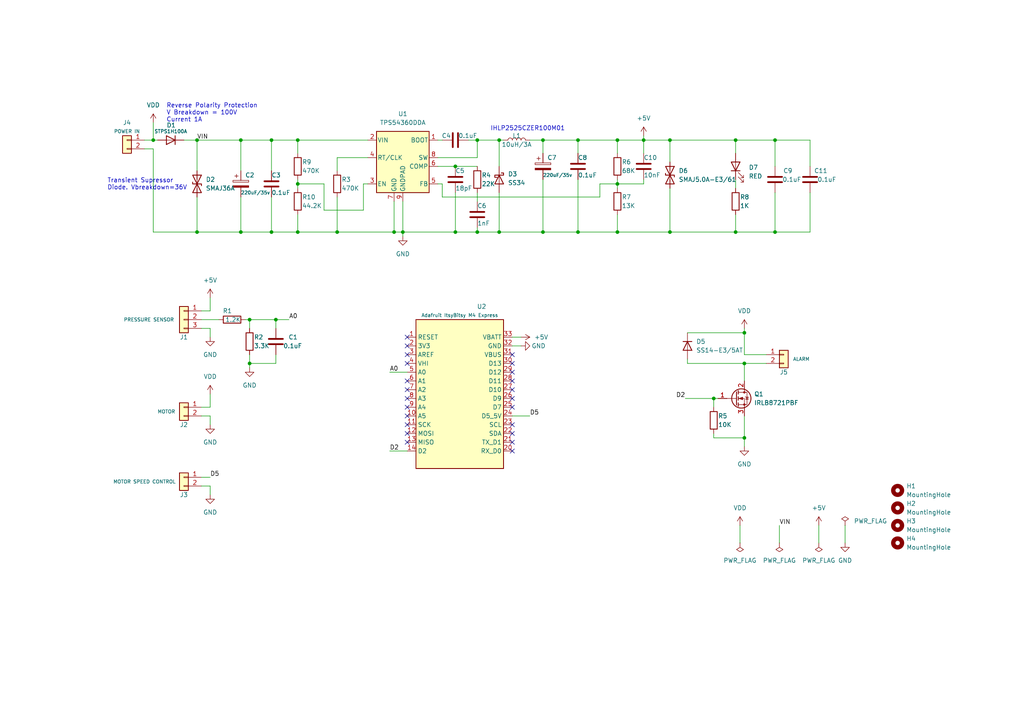
<source format=kicad_sch>
(kicad_sch (version 20211123) (generator eeschema)
  (paper "A4")
  (lib_symbols
    (symbol "Adafruit-ItsyBitsy-M4:Adafruit-ItsyBitsy-M4"
      (property "Reference" "U" (at 0 30.48 0))
      (property "Value" "Adafruit-ItsyBitsy-M4" (at 0 29.21 0))
      (symbol "Adafruit-ItsyBitsy-M4_0_1"
        (rectangle (start -12.7 26.67) (end 12.7 -16.51) (stroke (width 0.254)) (fill (type background)))
      )
      (symbol "Adafruit-ItsyBitsy-M4_1_1"
        (pin passive line (at -15.24 21.59 0) (length 2.54) (name "RESET") (number "1"))
        (pin passive line (at -15.24 -1.27 0) (length 2.54) (name "A5") (number "10"))
        (pin passive line (at -15.24 -3.81 0) (length 2.54) (name "SCK") (number "11"))
        (pin passive line (at -15.24 -6.35 0) (length 2.54) (name "MOSI") (number "12"))
        (pin passive line (at -15.24 -8.89 0) (length 2.54) (name "MISO") (number "13"))
        (pin passive line (at -15.24 -11.43 0) (length 2.54) (name "D2") (number "14"))
        (pin power_in line (at -15.24 19.05 0) (length 2.54) (name "3V3") (number "2"))
        (pin passive line (at 15.24 -11.43 180) (length 2.54) (name "RX_D0") (number "20"))
        (pin passive line (at 15.24 -8.89 180) (length 2.54) (name "TX_D1") (number "21"))
        (pin passive line (at 15.24 -6.35 180) (length 2.54) (name "SDA") (number "22"))
        (pin passive line (at 15.24 -3.81 180) (length 2.54) (name "SCL") (number "23"))
        (pin passive line (at 15.24 -1.27 180) (length 2.54) (name "D5_5V") (number "24"))
        (pin passive line (at 15.24 1.27 180) (length 2.54) (name "D7") (number "25"))
        (pin passive line (at 15.24 3.81 180) (length 2.54) (name "D9") (number "26"))
        (pin passive line (at 15.24 6.35 180) (length 2.54) (name "D10") (number "27"))
        (pin passive line (at 15.24 8.89 180) (length 2.54) (name "D11") (number "28"))
        (pin passive line (at 15.24 11.43 180) (length 2.54) (name "D12") (number "29"))
        (pin passive line (at -15.24 16.51 0) (length 2.54) (name "AREF") (number "3"))
        (pin passive line (at 15.24 13.97 180) (length 2.54) (name "D13") (number "30"))
        (pin power_in line (at 15.24 16.51 180) (length 2.54) (name "VBUS") (number "31"))
        (pin power_in line (at 15.24 19.05 180) (length 2.54) (name "GND") (number "32"))
        (pin power_in line (at 15.24 21.59 180) (length 2.54) (name "VBATT") (number "33"))
        (pin passive line (at -15.24 13.97 0) (length 2.54) (name "VHI") (number "4"))
        (pin passive line (at -15.24 11.43 0) (length 2.54) (name "A0") (number "5"))
        (pin passive line (at -15.24 8.89 0) (length 2.54) (name "A1") (number "6"))
        (pin passive line (at -15.24 6.35 0) (length 2.54) (name "A2") (number "7"))
        (pin passive line (at -15.24 3.81 0) (length 2.54) (name "A3") (number "8"))
        (pin passive line (at -15.24 1.27 0) (length 2.54) (name "A4") (number "9"))
      )
    )
    (symbol "Connector_Generic:Conn_01x02" (pin_names (offset 1.016) hide)
      (property "Reference" "J" (at 0 2.54 0))
      (property "Value" "Conn_01x02" (at 0 -5.08 0))
      (symbol "Conn_01x02_1_1"
        (rectangle (start -1.27 -2.413) (end 0 -2.667) (stroke (width 0.1524)))
        (rectangle (start -1.27 0.127) (end 0 -0.127) (stroke (width 0.1524)))
        (rectangle (start -1.27 1.27) (end 1.27 -3.81) (stroke (width 0.254)) (fill (type background)))
        (pin passive line (at -5.08 0 0) (length 3.81) (name "Pin_1") (number "1"))
        (pin passive line (at -5.08 -2.54 0) (length 3.81) (name "Pin_2") (number "2"))
      )
    )
    (symbol "Connector_Generic:Conn_01x03" (pin_names (offset 1.016) hide)
      (property "Reference" "J" (at 0 5.08 0))
      (property "Value" "Conn_01x03" (at 0 -5.08 0))
      (symbol "Conn_01x03_1_1"
        (rectangle (start -1.27 -2.413) (end 0 -2.667) (stroke (width 0.1524)))
        (rectangle (start -1.27 0.127) (end 0 -0.127) (stroke (width 0.1524)))
        (rectangle (start -1.27 2.667) (end 0 2.413) (stroke (width 0.1524)))
        (rectangle (start -1.27 3.81) (end 1.27 -3.81) (stroke (width 0.254)) (fill (type background)))
        (pin passive line (at -5.08 2.54 0) (length 3.81) (name "Pin_1") (number "1"))
        (pin passive line (at -5.08 0 0) (length 3.81) (name "Pin_2") (number "2"))
        (pin passive line (at -5.08 -2.54 0) (length 3.81) (name "Pin_3") (number "3"))
      )
    )
    (symbol "Device:C" (pin_numbers hide) (pin_names (offset 0.254))
      (property "Reference" "C" (at 0.635 2.54 0))
      (property "Value" "C" (at 0.635 -2.54 0))
      (symbol "C_0_1"
        (polyline (pts (xy -2.032 -0.762) (xy 2.032 -0.762)) (stroke (width 0.508)))
        (polyline (pts (xy -2.032 0.762) (xy 2.032 0.762)) (stroke (width 0.508)))
      )
      (symbol "C_1_1"
        (pin passive line (at 0 3.81 270) (length 2.794) (name "~") (number "1"))
        (pin passive line (at 0 -3.81 90) (length 2.794) (name "~") (number "2"))
      )
    )
    (symbol "Device:C_Polarized" (pin_numbers hide) (pin_names (offset 0.254))
      (property "Reference" "C" (at 0.635 2.54 0))
      (property "Value" "C_Polarized" (at 0.635 -2.54 0))
      (symbol "C_Polarized_0_1"
        (rectangle (start -2.286 0.508) (end 2.286 1.016))
        (polyline (pts (xy -1.778 2.286) (xy -0.762 2.286)))
        (polyline (pts (xy -1.27 2.794) (xy -1.27 1.778)))
        (rectangle (start 2.286 -0.508) (end -2.286 -1.016) (fill (type outline)))
      )
      (symbol "C_Polarized_1_1"
        (pin passive line (at 0 3.81 270) (length 2.794) (name "~") (number "1"))
        (pin passive line (at 0 -3.81 90) (length 2.794) (name "~") (number "2"))
      )
    )
    (symbol "Device:D" (pin_numbers hide) (pin_names (offset 1.016) hide)
      (property "Reference" "D" (at 0 2.54 0))
      (property "Value" "D" (at 0 -2.54 0))
      (symbol "D_0_1"
        (polyline (pts (xy -1.27 1.27) (xy -1.27 -1.27)) (stroke (width 0.254)))
        (polyline (pts (xy 1.27 0) (xy -1.27 0)))
        (polyline (pts (xy 1.27 1.27) (xy 1.27 -1.27) (xy -1.27 0) (xy 1.27 1.27)) (stroke (width 0.254)))
      )
      (symbol "D_1_1"
        (pin passive line (at -3.81 0 0) (length 2.54) (name "K") (number "1"))
        (pin passive line (at 3.81 0 180) (length 2.54) (name "A") (number "2"))
      )
    )
    (symbol "Device:D_Schottky" (pin_numbers hide) (pin_names (offset 1.016) hide)
      (property "Reference" "D" (at 0 2.54 0))
      (property "Value" "D_Schottky" (at 0 -2.54 0))
      (symbol "D_Schottky_0_1"
        (polyline (pts (xy 1.27 0) (xy -1.27 0)))
        (polyline (pts (xy 1.27 1.27) (xy 1.27 -1.27) (xy -1.27 0) (xy 1.27 1.27)) (stroke (width 0.254)))
        (polyline (pts (xy -1.905 0.635) (xy -1.905 1.27) (xy -1.27 1.27) (xy -1.27 -1.27) (xy -0.635 -1.27) (xy -0.635 -0.635)) (stroke (width 0.254)))
      )
      (symbol "D_Schottky_1_1"
        (pin passive line (at -3.81 0 0) (length 2.54) (name "K") (number "1"))
        (pin passive line (at 3.81 0 180) (length 2.54) (name "A") (number "2"))
      )
    )
    (symbol "Device:D_TVS" (pin_numbers hide) (pin_names (offset 1.016) hide)
      (property "Reference" "D" (at 0 2.54 0))
      (property "Value" "D_TVS" (at 0 -2.54 0))
      (symbol "D_TVS_0_1"
        (polyline (pts (xy 1.27 0) (xy -1.27 0)))
        (polyline (pts (xy 0.508 1.27) (xy 0 1.27) (xy 0 -1.27) (xy -0.508 -1.27)) (stroke (width 0.254)))
        (polyline (pts (xy -2.54 1.27) (xy -2.54 -1.27) (xy 2.54 1.27) (xy 2.54 -1.27) (xy -2.54 1.27)) (stroke (width 0.254)))
      )
      (symbol "D_TVS_1_1"
        (pin passive line (at -3.81 0 0) (length 2.54) (name "A1") (number "1"))
        (pin passive line (at 3.81 0 180) (length 2.54) (name "A2") (number "2"))
      )
    )
    (symbol "Device:L" (pin_numbers hide) (pin_names (offset 1.016) hide)
      (property "Reference" "L" (at -1.27 0 90))
      (property "Value" "L" (at 1.905 0 90))
      (symbol "L_0_1"
        (arc (start 0 -2.54) (mid 0.635 -1.905) (end 0 -1.27))
        (arc (start 0 -1.27) (mid 0.635 -0.635) (end 0 0))
        (arc (start 0 0) (mid 0.635 0.635) (end 0 1.27))
        (arc (start 0 1.27) (mid 0.635 1.905) (end 0 2.54))
      )
      (symbol "L_1_1"
        (pin passive line (at 0 3.81 270) (length 1.27) (name "1") (number "1"))
        (pin passive line (at 0 -3.81 90) (length 1.27) (name "2") (number "2"))
      )
    )
    (symbol "Device:LED" (pin_numbers hide) (pin_names (offset 1.016) hide)
      (property "Reference" "D" (at 0 2.54 0))
      (property "Value" "LED" (at 0 -2.54 0))
      (symbol "LED_0_1"
        (polyline (pts (xy -1.27 -1.27) (xy -1.27 1.27)) (stroke (width 0.254)))
        (polyline (pts (xy -1.27 0) (xy 1.27 0)))
        (polyline (pts (xy 1.27 -1.27) (xy 1.27 1.27) (xy -1.27 0) (xy 1.27 -1.27)) (stroke (width 0.254)))
        (polyline (pts (xy -3.048 -0.762) (xy -4.572 -2.286) (xy -3.81 -2.286) (xy -4.572 -2.286) (xy -4.572 -1.524)))
        (polyline (pts (xy -1.778 -0.762) (xy -3.302 -2.286) (xy -2.54 -2.286) (xy -3.302 -2.286) (xy -3.302 -1.524)))
      )
      (symbol "LED_1_1"
        (pin passive line (at -3.81 0 0) (length 2.54) (name "K") (number "1"))
        (pin passive line (at 3.81 0 180) (length 2.54) (name "A") (number "2"))
      )
    )
    (symbol "Device:R" (pin_numbers hide) (pin_names (offset 0))
      (property "Reference" "R" (at 2.032 0 90))
      (property "Value" "R" (at 0 0 90))
      (symbol "R_0_1"
        (rectangle (start -1.016 -2.54) (end 1.016 2.54) (stroke (width 0.254)))
      )
      (symbol "R_1_1"
        (pin passive line (at 0 3.81 270) (length 1.27) (name "~") (number "1"))
        (pin passive line (at 0 -3.81 90) (length 1.27) (name "~") (number "2"))
      )
    )
    (symbol "Mechanical:MountingHole" (pin_names (offset 1.016))
      (property "Reference" "H" (at 0 5.08 0))
      (property "Value" "MountingHole" (at 0 3.175 0))
      (symbol "MountingHole_0_1"
        (circle (center 0 0) (radius 1.27) (stroke (width 1.27)))
      )
    )
    (symbol "Regulator_Switching:TPS54360DDA" (pin_names (offset 0.254))
      (property "Reference" "U" (at -7.62 11.43 0))
      (property "Value" "TPS54360DDA" (at -7.62 8.89 0))
      (symbol "TPS54360DDA_0_1"
        (rectangle (start -7.62 7.62) (end 7.62 -10.16) (stroke (width 0.254)) (fill (type background)))
      )
      (symbol "TPS54360DDA_1_1"
        (pin input line (at 10.16 5.08 180) (length 2.54) (name "BOOT") (number "1"))
        (pin power_in line (at -10.16 5.08 0) (length 2.54) (name "VIN") (number "2"))
        (pin input line (at -10.16 -7.62 0) (length 2.54) (name "EN") (number "3"))
        (pin input line (at -10.16 0 0) (length 2.54) (name "RT/CLK") (number "4"))
        (pin input line (at 10.16 -7.62 180) (length 2.54) (name "FB") (number "5"))
        (pin passive line (at 10.16 -2.54 180) (length 2.54) (name "COMP") (number "6"))
        (pin power_in line (at -2.54 -12.7 90) (length 2.54) (name "GND") (number "7"))
        (pin output line (at 10.16 0 180) (length 2.54) (name "SW") (number "8"))
        (pin power_in line (at 0 -12.7 90) (length 2.54) (name "GNDPAD") (number "9"))
      )
    )
    (symbol "Transistor_FET:IRF540N" (pin_names hide)
      (property "Reference" "Q" (at 6.35 1.905 0))
      (property "Value" "IRF540N" (at 6.35 0 0))
      (symbol "IRF540N_0_1"
        (polyline (pts (xy 0.254 0) (xy -2.54 0)))
        (polyline (pts (xy 0.254 1.905) (xy 0.254 -1.905)) (stroke (width 0.254)))
        (polyline (pts (xy 0.762 -1.27) (xy 0.762 -2.286)) (stroke (width 0.254)))
        (polyline (pts (xy 0.762 0.508) (xy 0.762 -0.508)) (stroke (width 0.254)))
        (polyline (pts (xy 0.762 2.286) (xy 0.762 1.27)) (stroke (width 0.254)))
        (polyline (pts (xy 2.54 2.54) (xy 2.54 1.778)))
        (polyline (pts (xy 2.54 -2.54) (xy 2.54 0) (xy 0.762 0)))
        (polyline (pts (xy 0.762 -1.778) (xy 3.302 -1.778) (xy 3.302 1.778) (xy 0.762 1.778)))
        (polyline (pts (xy 1.016 0) (xy 2.032 0.381) (xy 2.032 -0.381) (xy 1.016 0)) (fill (type outline)))
        (polyline (pts (xy 2.794 0.508) (xy 2.921 0.381) (xy 3.683 0.381) (xy 3.81 0.254)))
        (polyline (pts (xy 3.302 0.381) (xy 2.921 -0.254) (xy 3.683 -0.254) (xy 3.302 0.381)))
        (circle (center 1.651 0) (radius 2.794) (stroke (width 0.254)))
        (circle (center 2.54 -1.778) (radius 0.254) (fill (type outline)))
        (circle (center 2.54 1.778) (radius 0.254) (fill (type outline)))
      )
      (symbol "IRF540N_1_1"
        (pin input line (at -5.08 0 0) (length 2.54) (name "G") (number "1"))
        (pin passive line (at 2.54 5.08 270) (length 2.54) (name "D") (number "2"))
        (pin passive line (at 2.54 -5.08 90) (length 2.54) (name "S") (number "3"))
      )
    )
    (symbol "power:+5V" (power) (pin_names (offset 0))
      (property "Value" "+5V" (at 0 3.556 0))
      (symbol "+5V_0_1"
        (polyline (pts (xy -0.762 1.27) (xy 0 2.54)))
        (polyline (pts (xy 0 0) (xy 0 2.54)))
        (polyline (pts (xy 0 2.54) (xy 0.762 1.27)))
      )
      (symbol "+5V_1_1"
        (pin power_in line (at 0 0 90) (length 0) hide (name "+5V") (number "1"))
      )
    )
    (symbol "power:GND" (power) (pin_names (offset 0))
      (property "Value" "GND" (at 0 -3.81 0))
      (symbol "GND_0_1"
        (polyline (pts (xy 0 0) (xy 0 -1.27) (xy 1.27 -1.27) (xy 0 -2.54) (xy -1.27 -1.27) (xy 0 -1.27)))
      )
      (symbol "GND_1_1"
        (pin power_in line (at 0 0 270) (length 0) hide (name "GND") (number "1"))
      )
    )
    (symbol "power:PWR_FLAG" (power) (pin_numbers hide) (pin_names (offset 0) hide)
      (property "Value" "PWR_FLAG" (at 0 3.81 0))
      (symbol "PWR_FLAG_0_0"
        (pin power_out line (at 0 0 90) (length 0) (name "pwr") (number "1"))
      )
      (symbol "PWR_FLAG_0_1"
        (polyline (pts (xy 0 0) (xy 0 1.27) (xy -1.016 1.905) (xy 0 2.54) (xy 1.016 1.905) (xy 0 1.27)))
      )
    )
    (symbol "power:VDD" (power) (pin_names (offset 0))
      (property "Value" "VDD" (at 0 3.81 0))
      (symbol "VDD_0_1"
        (polyline (pts (xy -0.762 1.27) (xy 0 2.54)))
        (polyline (pts (xy 0 0) (xy 0 2.54)))
        (polyline (pts (xy 0 2.54) (xy 0.762 1.27)))
      )
      (symbol "VDD_1_1"
        (pin power_in line (at 0 0 90) (length 0) hide (name "VDD") (number "1"))
      )
    )
  )
  (junction (at 194.31 40.64))
  (junction (at 167.64 67.31))
  (junction (at 86.36 40.64))
  (junction (at 86.36 53.34))
  (junction (at 224.79 67.31))
  (junction (at 132.08 48.26))
  (junction (at 167.64 40.64))
  (junction (at 69.85 40.64))
  (junction (at 213.36 67.31))
  (junction (at 72.39 92.71))
  (junction (at 138.43 40.64))
  (junction (at 186.69 40.64))
  (junction (at 157.48 40.64))
  (junction (at 80.01 92.71))
  (junction (at 215.9 127))
  (junction (at 78.74 40.64))
  (junction (at 69.85 67.31))
  (junction (at 194.31 67.31))
  (junction (at 138.43 67.31))
  (junction (at 132.08 67.31))
  (junction (at 44.45 40.64))
  (junction (at 215.9 96.52))
  (junction (at 144.78 40.64))
  (junction (at 179.07 67.31))
  (junction (at 179.07 53.34))
  (junction (at 207.01 115.57))
  (junction (at 213.36 40.64))
  (junction (at 114.3 67.31))
  (junction (at 215.9 105.41))
  (junction (at 224.79 40.64))
  (junction (at 97.79 67.31))
  (junction (at 57.15 67.31))
  (junction (at 57.15 40.64))
  (junction (at 72.39 105.41))
  (junction (at 157.48 67.31))
  (junction (at 144.78 67.31))
  (junction (at 179.07 40.64))
  (junction (at 116.84 67.31))
  (junction (at 78.74 67.31))
  (junction (at 86.36 67.31))
  (no_connect (at 148.59 118.11))
  (no_connect (at 148.59 115.57))
  (no_connect (at 148.59 113.03))
  (no_connect (at 148.59 102.87))
  (no_connect (at 148.59 105.41))
  (no_connect (at 148.59 110.49))
  (no_connect (at 148.59 107.95))
  (no_connect (at 148.59 130.81))
  (no_connect (at 118.11 97.79))
  (no_connect (at 118.11 100.33))
  (no_connect (at 118.11 102.87))
  (no_connect (at 118.11 105.41))
  (no_connect (at 118.11 125.73))
  (no_connect (at 118.11 123.19))
  (no_connect (at 118.11 128.27))
  (no_connect (at 118.11 120.65))
  (no_connect (at 118.11 113.03))
  (no_connect (at 118.11 110.49))
  (no_connect (at 118.11 118.11))
  (no_connect (at 118.11 115.57))
  (no_connect (at 148.59 125.73))
  (no_connect (at 148.59 123.19))
  (no_connect (at 148.59 128.27))
  (wire (pts (xy 97.79 45.72) (xy 106.68 45.72)))
  (wire (pts (xy 114.3 67.31) (xy 97.79 67.31)))
  (wire (pts (xy 60.96 140.97) (xy 58.42 140.97)))
  (wire (pts (xy 194.31 40.64) (xy 213.36 40.64)))
  (wire (pts (xy 78.74 57.15) (xy 78.74 67.31)))
  (wire (pts (xy 60.96 114.3) (xy 60.96 118.11)))
  (wire (pts (xy 41.91 40.64) (xy 44.45 40.64)))
  (wire (pts (xy 186.69 40.64) (xy 186.69 44.45)))
  (wire (pts (xy 234.95 40.64) (xy 224.79 40.64)))
  (wire (pts (xy 245.11 152.4) (xy 245.11 157.48)))
  (wire (pts (xy 207.01 118.11) (xy 207.01 115.57)))
  (wire (pts (xy 86.36 40.64) (xy 86.36 44.45)))
  (wire (pts (xy 60.96 120.65) (xy 58.42 120.65)))
  (wire (pts (xy 72.39 105.41) (xy 72.39 106.68)))
  (wire (pts (xy 194.31 67.31) (xy 179.07 67.31)))
  (wire (pts (xy 237.49 152.4) (xy 237.49 157.48)))
  (wire (pts (xy 127 40.64) (xy 128.27 40.64)))
  (wire (pts (xy 179.07 40.64) (xy 179.07 44.45)))
  (wire (pts (xy 199.39 104.14) (xy 199.39 105.41)))
  (wire (pts (xy 173.99 53.34) (xy 179.07 53.34)))
  (wire (pts (xy 44.45 35.56) (xy 44.45 40.64)))
  (wire (pts (xy 215.9 105.41) (xy 215.9 110.49)))
  (wire (pts (xy 69.85 57.15) (xy 69.85 67.31)))
  (wire (pts (xy 167.64 40.64) (xy 167.64 44.45)))
  (wire (pts (xy 114.3 58.42) (xy 114.3 67.31)))
  (wire (pts (xy 80.01 92.71) (xy 83.82 92.71)))
  (wire (pts (xy 173.99 57.15) (xy 173.99 53.34)))
  (wire (pts (xy 113.03 107.95) (xy 118.11 107.95)))
  (wire (pts (xy 58.42 92.71) (xy 63.5 92.71)))
  (wire (pts (xy 86.36 52.07) (xy 86.36 53.34)))
  (wire (pts (xy 222.25 102.87) (xy 215.9 102.87)))
  (wire (pts (xy 179.07 40.64) (xy 186.69 40.64)))
  (wire (pts (xy 234.95 67.31) (xy 224.79 67.31)))
  (wire (pts (xy 213.36 52.07) (xy 213.36 54.61)))
  (wire (pts (xy 44.45 67.31) (xy 57.15 67.31)))
  (wire (pts (xy 167.64 67.31) (xy 157.48 67.31)))
  (wire (pts (xy 72.39 102.87) (xy 72.39 105.41)))
  (wire (pts (xy 128.27 53.34) (xy 128.27 57.15)))
  (wire (pts (xy 144.78 40.64) (xy 144.78 48.26)))
  (wire (pts (xy 167.64 52.07) (xy 167.64 67.31)))
  (wire (pts (xy 224.79 48.26) (xy 224.79 40.64)))
  (wire (pts (xy 194.31 54.61) (xy 194.31 67.31)))
  (wire (pts (xy 78.74 40.64) (xy 86.36 40.64)))
  (wire (pts (xy 198.755 115.57) (xy 207.01 115.57)))
  (wire (pts (xy 215.9 127) (xy 207.01 127)))
  (wire (pts (xy 58.42 90.17) (xy 60.96 90.17)))
  (wire (pts (xy 60.96 95.25) (xy 58.42 95.25)))
  (wire (pts (xy 86.36 40.64) (xy 106.68 40.64)))
  (wire (pts (xy 128.27 57.15) (xy 173.99 57.15)))
  (wire (pts (xy 194.31 40.64) (xy 186.69 40.64)))
  (wire (pts (xy 132.08 48.26) (xy 138.43 48.26)))
  (wire (pts (xy 60.96 123.19) (xy 60.96 120.65)))
  (wire (pts (xy 144.78 55.88) (xy 144.78 67.31)))
  (wire (pts (xy 157.48 40.64) (xy 167.64 40.64)))
  (wire (pts (xy 113.03 130.81) (xy 118.11 130.81)))
  (wire (pts (xy 44.45 40.64) (xy 45.72 40.64)))
  (wire (pts (xy 58.42 138.43) (xy 60.96 138.43)))
  (wire (pts (xy 60.96 97.79) (xy 60.96 95.25)))
  (wire (pts (xy 215.9 127) (xy 215.9 129.54)))
  (wire (pts (xy 226.06 152.4) (xy 226.06 157.48)))
  (wire (pts (xy 148.59 100.33) (xy 151.13 100.33)))
  (wire (pts (xy 86.36 62.23) (xy 86.36 67.31)))
  (wire (pts (xy 213.36 62.23) (xy 213.36 67.31)))
  (wire (pts (xy 224.79 40.64) (xy 213.36 40.64)))
  (wire (pts (xy 80.01 105.41) (xy 72.39 105.41)))
  (wire (pts (xy 116.84 58.42) (xy 116.84 67.31)))
  (wire (pts (xy 224.79 67.31) (xy 213.36 67.31)))
  (wire (pts (xy 69.85 40.64) (xy 78.74 40.64)))
  (wire (pts (xy 132.08 55.88) (xy 132.08 67.31)))
  (wire (pts (xy 214.63 152.4) (xy 214.63 157.48)))
  (wire (pts (xy 93.98 53.34) (xy 86.36 53.34)))
  (wire (pts (xy 80.01 92.71) (xy 80.01 95.25)))
  (wire (pts (xy 127 53.34) (xy 128.27 53.34)))
  (wire (pts (xy 57.15 40.64) (xy 69.85 40.64)))
  (wire (pts (xy 44.45 43.18) (xy 44.45 67.31)))
  (wire (pts (xy 60.96 86.36) (xy 60.96 90.17)))
  (wire (pts (xy 105.41 60.96) (xy 93.98 60.96)))
  (wire (pts (xy 186.69 53.34) (xy 179.07 53.34)))
  (wire (pts (xy 57.15 67.31) (xy 69.85 67.31)))
  (wire (pts (xy 116.84 67.31) (xy 114.3 67.31)))
  (wire (pts (xy 127 48.26) (xy 132.08 48.26)))
  (wire (pts (xy 97.79 49.53) (xy 97.79 45.72)))
  (wire (pts (xy 78.74 67.31) (xy 86.36 67.31)))
  (wire (pts (xy 148.59 120.65) (xy 153.67 120.65)))
  (wire (pts (xy 86.36 53.34) (xy 86.36 54.61)))
  (wire (pts (xy 72.39 92.71) (xy 71.12 92.71)))
  (wire (pts (xy 97.79 57.15) (xy 97.79 67.31)))
  (wire (pts (xy 60.96 143.51) (xy 60.96 140.97)))
  (wire (pts (xy 86.36 67.31) (xy 97.79 67.31)))
  (wire (pts (xy 106.68 53.34) (xy 105.41 53.34)))
  (wire (pts (xy 157.48 67.31) (xy 144.78 67.31)))
  (wire (pts (xy 207.01 115.57) (xy 208.28 115.57)))
  (wire (pts (xy 144.78 67.31) (xy 138.43 67.31)))
  (wire (pts (xy 80.01 102.87) (xy 80.01 105.41)))
  (wire (pts (xy 194.31 46.99) (xy 194.31 40.64)))
  (wire (pts (xy 148.59 97.79) (xy 151.13 97.79)))
  (wire (pts (xy 179.07 67.31) (xy 167.64 67.31)))
  (wire (pts (xy 215.9 96.52) (xy 215.9 102.87)))
  (wire (pts (xy 132.08 67.31) (xy 138.43 67.31)))
  (wire (pts (xy 57.15 57.15) (xy 57.15 67.31)))
  (wire (pts (xy 72.39 95.25) (xy 72.39 92.71)))
  (wire (pts (xy 138.43 67.31) (xy 138.43 66.04)))
  (wire (pts (xy 222.25 105.41) (xy 215.9 105.41)))
  (wire (pts (xy 234.95 48.26) (xy 234.95 40.64)))
  (wire (pts (xy 179.07 53.34) (xy 179.07 54.61)))
  (wire (pts (xy 234.95 55.88) (xy 234.95 67.31)))
  (wire (pts (xy 78.74 40.64) (xy 78.74 49.53)))
  (wire (pts (xy 57.15 40.64) (xy 57.15 49.53)))
  (wire (pts (xy 167.64 40.64) (xy 179.07 40.64)))
  (wire (pts (xy 224.79 55.88) (xy 224.79 67.31)))
  (wire (pts (xy 72.39 92.71) (xy 80.01 92.71)))
  (wire (pts (xy 199.39 96.52) (xy 215.9 96.52)))
  (wire (pts (xy 157.48 52.07) (xy 157.48 67.31)))
  (wire (pts (xy 69.85 40.64) (xy 69.85 49.53)))
  (wire (pts (xy 215.9 95.25) (xy 215.9 96.52)))
  (wire (pts (xy 69.85 67.31) (xy 78.74 67.31)))
  (wire (pts (xy 179.07 52.07) (xy 179.07 53.34)))
  (wire (pts (xy 194.31 67.31) (xy 213.36 67.31)))
  (wire (pts (xy 138.43 45.72) (xy 138.43 40.64)))
  (wire (pts (xy 215.9 120.65) (xy 215.9 127)))
  (wire (pts (xy 153.67 40.64) (xy 157.48 40.64)))
  (wire (pts (xy 207.01 127) (xy 207.01 125.73)))
  (wire (pts (xy 58.42 118.11) (xy 60.96 118.11)))
  (wire (pts (xy 186.69 52.07) (xy 186.69 53.34)))
  (wire (pts (xy 138.43 40.64) (xy 144.78 40.64)))
  (wire (pts (xy 144.78 40.64) (xy 146.05 40.64)))
  (wire (pts (xy 157.48 40.64) (xy 157.48 44.45)))
  (wire (pts (xy 127 45.72) (xy 138.43 45.72)))
  (wire (pts (xy 41.91 43.18) (xy 44.45 43.18)))
  (wire (pts (xy 179.07 62.23) (xy 179.07 67.31)))
  (wire (pts (xy 213.36 40.64) (xy 213.36 44.45)))
  (wire (pts (xy 93.98 60.96) (xy 93.98 53.34)))
  (wire (pts (xy 186.69 39.37) (xy 186.69 40.64)))
  (wire (pts (xy 116.84 67.31) (xy 132.08 67.31)))
  (wire (pts (xy 53.34 40.64) (xy 57.15 40.64)))
  (wire (pts (xy 199.39 105.41) (xy 215.9 105.41)))
  (wire (pts (xy 135.89 40.64) (xy 138.43 40.64)))
  (wire (pts (xy 116.84 67.31) (xy 116.84 68.58)))
  (wire (pts (xy 105.41 53.34) (xy 105.41 60.96)))
  (wire (pts (xy 138.43 55.88) (xy 138.43 58.42)))
  (text "IHLP2525CZER100M01" (at 142.24 38.1 0) (effects (font (size 1.27 1.27)) (justify left bottom)))
  (text "Reverse Polarity Protection\nV Breakdown = 100V\nCurrent 1A" (at 48.26 35.56 0) (effects (font (size 1.27 1.27)) (justify left bottom)))
  (text "Transient Supressor\nDiode. Vbreakdown=36V" (at 31.115 55.245 0) (effects (font (size 1.27 1.27)) (justify left bottom)))
  (label "VIN" (at 226.06 152.4 0))
  (label "D5" (at 60.96 138.43 0))
  (label "D2" (at 198.755 115.57 180))
  (label "A0" (at 83.82 92.71 0))
  (label "A0" (at 113.03 107.95 0))
  (label "D5" (at 153.67 120.65 0))
  (label "VIN" (at 57.15 40.64 0))
  (label "D2" (at 113.03 130.81 0))
  (symbol (lib_id "Mechanical:MountingHole") (at 260.35 157.48 0) (unit 1)
    (property "Reference" "H4" (at 262.89 156.2099 0) (effects (justify left)))
    (property "Value" "MountingHole" (at 262.89 158.7499 0) (effects (justify left)))
    (property "Footprint" "footprint:MountingHole_3.2mm_M3_standoffs" (effects hide))
    (property "Category" "Solderrable Standoff" (effects hide))
    (property "Description" "SM STANDOFF ON T&R 6MM" (effects hide))
    (property "MFR" "Keystone Electronics" (effects hide))
    (property "MPN" "24884" (effects hide))
  )
  (symbol (lib_id "power:VDD") (at 214.63 152.4 0) (unit 1)
    (property "Reference" "#PWR016" (effects hide))
    (property "Value" "VDD" (at 214.63 147.32 0))
  )
  (symbol (lib_id "Regulator_Switching:TPS54360DDA") (at 116.84 45.72 0) (unit 1)
    (property "Reference" "U1" (at 116.84 33.02 0))
    (property "Value" "TPS54360DDA" (at 116.84 35.56 0))
    (property "Footprint" "Package_SO:TI_SO-PowerPAD-8_ThermalVias" (effects hide))
    (property "Datasheet" "http://www.ti.com/lit/ds/symlink/tps54360.pdf" (effects hide))
    (property "Category" "Step Down" (effects hide))
    (property "Description" "Buck, Split Rail Switching Regulator IC Positive Adjustable 0.8V 1 Output 3.5A 8-PowerSOIC (0.154\", 3.90mm Width)" (effects hide))
    (property "MFR" "Texas Instruments" (effects hide))
    (property "MPN" "TPS54360DDA" (effects hide))
  )
  (symbol (lib_id "power:GND") (at 72.39 106.68 0) (unit 1)
    (property "Reference" "#PWR07" (effects hide))
    (property "Value" "GND" (at 72.39 111.76 0))
  )
  (symbol (lib_id "Adafruit-ItsyBitsy-M4:Adafruit-ItsyBitsy-M4") (at 133.35 119.38 0) (unit 1)
    (property "Reference" "U2" (at 139.7 88.9 0))
    (property "Value" "Adafruit ItsyBitsy M4 Express" (at 133.35 91.44 0) (effects (font (size 1 1))))
    (property "Footprint" "footprint:Adafruit-ItsyBitsy-M4" (effects hide))
    (property "Category" "MODULE" (effects hide))
    (property "Description" "Adafruit ItsyBitsy nRF52840 Express" (effects hide))
    (property "MFR" "www.adafruit" (effects hide))
    (property "MPN" "nRF52840" (effects hide))
  )
  (symbol (lib_id "Device:L") (at 149.86 40.64 90) (unit 1)
    (property "Reference" "L1" (at 149.86 39.37 90))
    (property "Value" "10uH/3A" (at 149.86 41.91 90))
    (property "Footprint" "Inductor_SMD:L_Vishay_IHLP-2525" (effects hide))
    (property "Category" "Power Inductor" (effects hide))
    (property "Description" "FIXED IND 10UH 3A 105 MOHM SMD" (effects hide))
    (property "MFR" "Vishay Dale" (effects hide))
    (property "MPN" "IHLP2525CZER100M01" (effects hide))
  )
  (symbol (lib_id "Device:R") (at 179.07 58.42 0) (unit 1)
    (property "Reference" "R7" (at 180.34 57.15 0) (effects (justify left)))
    (property "Value" "13K" (at 180.34 59.69 0) (effects (justify left)))
    (property "Footprint" "Resistor_SMD:R_0603_1608Metric" (effects hide))
    (property "Category" "Resistor" (effects hide))
    (property "Description" "RES 13K OHM 1% 1/10W 0603" (effects hide))
    (property "MFR" "Stackpole Electronics Inc" (effects hide))
    (property "MPN" "RMCF0603FT13K0" (effects hide))
  )
  (symbol (lib_id "power:GND") (at 60.96 123.19 0) (unit 1)
    (property "Reference" "#PWR04" (effects hide))
    (property "Value" "GND" (at 60.96 128.27 0))
  )
  (symbol (lib_id "power:PWR_FLAG") (at 226.06 157.48 180) (unit 1)
    (property "Reference" "#FLG02" (effects hide))
    (property "Value" "PWR_FLAG" (at 226.06 162.56 0))
  )
  (symbol (lib_id "Device:C") (at 80.01 99.06 180) (unit 1)
    (property "Reference" "C1" (at 86.36 97.79 0) (effects (justify left)))
    (property "Value" "0.1uF" (at 87.63 100.33 0) (effects (justify left)))
    (property "Footprint" "Capacitor_SMD:C_0603_1608Metric" (effects hide))
    (property "Category" "Capacitor" (effects hide))
    (property "Description" "CAP CER 0.1UF 50V X7R 0603" (effects hide))
    (property "MFR" "Samsung Electro-Mechanics" (effects hide))
    (property "MPN" "CL10B104KB8NNWC" (effects hide))
  )
  (symbol (lib_id "Device:D") (at 199.39 100.33 270) (unit 1)
    (property "Reference" "D5" (at 201.93 99.0599 90) (effects (justify left)))
    (property "Value" "SS14-E3/5AT" (at 201.93 101.5999 90) (effects (justify left)))
    (property "Footprint" "Diode_SMD:D_SMA" (effects hide))
    (property "Category" "Diode" (effects hide))
    (property "Description" "DIODE SCHOTTKY 40V 1A DO214AC" (effects hide))
    (property "MFR" "NextGen Components" (effects hide))
    (property "MPN" "SS14-E3/5AT" (effects hide))
  )
  (symbol (lib_id "Device:D_TVS") (at 57.15 53.34 270) (unit 1)
    (property "Reference" "D2" (at 59.69 52.0699 90) (effects (justify left)))
    (property "Value" "SMAJ36A" (at 59.69 54.6099 90) (effects (justify left)))
    (property "Footprint" "Diode_SMD:D_SMA" (effects hide))
    (property "Category" "Diode" (effects hide))
    (property "Description" "TVS DIODE 36VWM 58.1VC DO214AC" (effects hide))
    (property "MFR" "Littelfuse Inc." (effects hide))
    (property "MPN" "SMAJ36A" (effects hide))
  )
  (symbol (lib_id "power:GND") (at 245.11 157.48 0) (unit 1)
    (property "Reference" "#PWR020" (effects hide))
    (property "Value" "GND" (at 245.11 162.56 0))
  )
  (symbol (lib_id "Connector_Generic:Conn_01x02") (at 53.34 138.43 0) (mirror y) (unit 1)
    (property "Reference" "J3" (at 53.34 143.51 0))
    (property "Value" "MOTOR SPEED CONTROL" (at 41.91 139.7 0) (effects (font (size 1 1))))
    (property "Footprint" "TerminalBlock_Phoenix:TerminalBlock_Phoenix_MKDS-3-2-5.08_1x02_P5.08mm_Horizontal" (effects hide))
    (property "Category" "Screwed Terminal" (effects hide))
    (property "Description" "TERM BLK 2P SIDE ENT 5.08MM PCB" (effects hide))
    (property "MFR" "Phoenix Contact" (effects hide))
    (property "MPN" "1711725" (effects hide))
  )
  (symbol (lib_id "power:GND") (at 60.96 97.79 0) (unit 1)
    (property "Reference" "#PWR02" (effects hide))
    (property "Value" "GND" (at 60.96 102.87 0))
  )
  (symbol (lib_id "power:+5V") (at 60.96 86.36 0) (unit 1)
    (property "Reference" "#PWR01" (effects hide))
    (property "Value" "+5V" (at 60.96 81.28 0))
  )
  (symbol (lib_id "Device:C") (at 132.08 52.07 0) (unit 1)
    (property "Reference" "C5" (at 132.08 49.53 0) (effects (justify left)))
    (property "Value" "18pF" (at 132.08 54.61 0) (effects (justify left)))
    (property "Footprint" "Capacitor_SMD:C_0603_1608Metric" (effects hide))
    (property "Category" "Capacitor" (effects hide))
    (property "Description" "CAP CER 18PF 50V C0G/NP0 0603" (effects hide))
    (property "MFR" "Samsung Electro-Mechanics" (effects hide))
    (property "MPN" "CL10C180JB81PNC" (effects hide))
  )
  (symbol (lib_id "Connector_Generic:Conn_01x02") (at 53.34 118.11 0) (mirror y) (unit 1)
    (property "Reference" "J2" (at 53.34 123.19 0))
    (property "Value" "MOTOR" (at 48.26 119.38 0) (effects (font (size 1 1))))
    (property "Footprint" "TerminalBlock_Phoenix:TerminalBlock_Phoenix_MKDS-3-2-5.08_1x02_P5.08mm_Horizontal" (effects hide))
    (property "Category" "Screwed Terminal" (effects hide))
    (property "Description" "TERM BLK 2P SIDE ENT 5.08MM PCB" (effects hide))
    (property "MFR" "Phoenix Contact" (effects hide))
    (property "MPN" "1711725" (effects hide))
  )
  (symbol (lib_id "Device:LED") (at 213.36 48.26 90) (unit 1)
    (property "Reference" "D7" (at 217.17 48.5774 90) (effects (justify right)))
    (property "Value" "RED" (at 217.17 51.1174 90) (effects (justify right)))
    (property "Footprint" "LED_SMD:LED_0603_1608Metric" (effects hide))
    (property "Category" "LED" (effects hide))
    (property "Description" "LED RED CLEAR CHIP SMD" (effects hide))
    (property "MFR" "Lite-On Inc." (effects hide))
    (property "MPN" "LTST-C190KRKT" (effects hide))
  )
  (symbol (lib_id "Device:C") (at 234.95 52.07 180) (unit 1)
    (property "Reference" "C11" (at 240.03 49.53 0) (effects (justify left)))
    (property "Value" "0.1uF" (at 242.57 52.07 0) (effects (justify left)))
    (property "Footprint" "Capacitor_SMD:C_0603_1608Metric" (effects hide))
    (property "Category" "Capacitor" (effects hide))
    (property "Description" "CAP CER 0.1UF 50V X7R 0603" (effects hide))
    (property "MFR" "Samsung Electro-Mechanics" (effects hide))
    (property "MPN" "CL10B104KB8NNWC" (effects hide))
  )
  (symbol (lib_id "Connector_Generic:Conn_01x02") (at 36.83 40.64 0) (mirror y) (unit 1)
    (property "Reference" "J4" (at 36.83 35.56 0))
    (property "Value" "POWER IN" (at 36.83 38.1 0) (effects (font (size 1 1))))
    (property "Footprint" "TerminalBlock_Phoenix:TerminalBlock_Phoenix_MKDS-3-2-5.08_1x02_P5.08mm_Horizontal" (effects hide))
    (property "Category" "Screwed Terminal" (effects hide))
    (property "Description" "TERM BLK 2P SIDE ENT 5.08MM PCB" (effects hide))
    (property "MFR" "Phoenix Contact" (effects hide))
    (property "MPN" "1711725" (effects hide))
  )
  (symbol (lib_id "power:GND") (at 151.13 100.33 90) (unit 1)
    (property "Reference" "#PWR010" (effects hide))
    (property "Value" "GND" (at 156.21 100.33 90))
  )
  (symbol (lib_id "power:PWR_FLAG") (at 245.11 152.4 0) (unit 1)
    (property "Reference" "#FLG04" (effects hide))
    (property "Value" "PWR_FLAG" (at 247.65 151.1299 0) (effects (justify left)))
  )
  (symbol (lib_id "Device:R") (at 86.36 48.26 0) (unit 1)
    (property "Reference" "R9" (at 87.63 46.99 0) (effects (justify left)))
    (property "Value" "470K" (at 87.63 49.53 0) (effects (justify left)))
    (property "Footprint" "Resistor_SMD:R_0603_1608Metric" (effects hide))
    (property "Category" "Resistor" (effects hide))
    (property "Description" "RES 470K OHM 1% 1/10W 0603" (effects hide))
    (property "MFR" "Stackpole Electronics Inc" (effects hide))
    (property "MPN" "RMCF0603FT470K" (effects hide))
  )
  (symbol (lib_id "Device:R") (at 97.79 53.34 0) (unit 1)
    (property "Reference" "R3" (at 99.06 52.07 0) (effects (justify left)))
    (property "Value" "470K" (at 99.06 54.61 0) (effects (justify left)))
    (property "Footprint" "Resistor_SMD:R_0603_1608Metric" (effects hide))
    (property "Category" "Resistor" (effects hide))
    (property "Description" "RES 470K OHM 1% 1/10W 0603" (effects hide))
    (property "MFR" "Stackpole Electronics Inc" (effects hide))
    (property "MPN" "RMCF0603FT470K" (effects hide))
  )
  (symbol (lib_id "power:+5V") (at 151.13 97.79 270) (unit 1)
    (property "Reference" "#PWR09" (effects hide))
    (property "Value" "+5V" (at 154.94 97.7899 90) (effects (justify left)))
  )
  (symbol (lib_id "Mechanical:MountingHole") (at 260.35 147.32 0) (unit 1)
    (property "Reference" "H2" (at 262.89 146.0499 0) (effects (justify left)))
    (property "Value" "MountingHole" (at 262.89 148.5899 0) (effects (justify left)))
    (property "Footprint" "footprint:MountingHole_3.2mm_M3_standoffs" (effects hide))
    (property "Category" "Solderrable Standoff" (effects hide))
    (property "Description" "SM STANDOFF ON T&R 6MM" (effects hide))
    (property "MFR" "Keystone Electronics" (effects hide))
    (property "MPN" "24884" (effects hide))
  )
  (symbol (lib_id "Mechanical:MountingHole") (at 260.35 142.24 0) (unit 1)
    (property "Reference" "H1" (at 262.89 140.9699 0) (effects (justify left)))
    (property "Value" "MountingHole" (at 262.89 143.5099 0) (effects (justify left)))
    (property "Footprint" "footprint:MountingHole_3.2mm_M3_standoffs" (effects hide))
    (property "Category" "Solderrable Standoff" (effects hide))
    (property "Description" "SM STANDOFF ON T&R 6MM" (effects hide))
    (property "MFR" "Keystone Electronics" (effects hide))
    (property "MPN" "24884" (effects hide))
  )
  (symbol (lib_id "Connector_Generic:Conn_01x02") (at 227.33 102.87 0) (unit 1)
    (property "Reference" "J5" (at 227.33 107.95 0))
    (property "Value" "ALARM" (at 232.41 104.14 0) (effects (font (size 1 1))))
    (property "Footprint" "TerminalBlock_Phoenix:TerminalBlock_Phoenix_MKDS-3-2-5.08_1x02_P5.08mm_Horizontal" (effects hide))
    (property "Category" "Screwed Terminal" (effects hide))
    (property "Description" "TERM BLK 2P SIDE ENT 5.08MM PCB" (effects hide))
    (property "MFR" "Phoenix Contact" (effects hide))
    (property "MPN" "1711725" (effects hide))
  )
  (symbol (lib_id "power:+5V") (at 237.49 152.4 0) (unit 1)
    (property "Reference" "#PWR019" (effects hide))
    (property "Value" "+5V" (at 237.49 147.32 0))
  )
  (symbol (lib_id "Device:R") (at 179.07 48.26 0) (unit 1)
    (property "Reference" "R6" (at 180.34 46.99 0) (effects (justify left)))
    (property "Value" "68K" (at 180.34 49.53 0) (effects (justify left)))
    (property "Footprint" "Resistor_SMD:R_0603_1608Metric" (effects hide))
    (property "Category" "Resistor" (effects hide))
    (property "Description" "RES 68K OHM 1% 1/10W 0603" (effects hide))
    (property "MFR" "Stackpole Electronics Inc" (effects hide))
    (property "MPN" "RMCF0603FT68K0" (effects hide))
  )
  (symbol (lib_id "Device:C") (at 167.64 48.26 0) (unit 1)
    (property "Reference" "C8" (at 167.64 45.72 0) (effects (justify left)))
    (property "Value" "0.1uF" (at 167.64 50.8 0) (effects (justify left)))
    (property "Footprint" "Capacitor_SMD:C_0603_1608Metric" (effects hide))
    (property "Category" "Capacitor" (effects hide))
    (property "Description" "CAP CER 0.1UF 50V X7R 0603" (effects hide))
    (property "MFR" "Samsung Electro-Mechanics" (effects hide))
    (property "MPN" "CL10B104KB8NNWC" (effects hide))
  )
  (symbol (lib_id "power:GND") (at 215.9 129.54 0) (unit 1)
    (property "Reference" "#PWR012" (effects hide))
    (property "Value" "GND" (at 215.9 134.62 0))
  )
  (symbol (lib_id "Mechanical:MountingHole") (at 260.35 152.4 0) (unit 1)
    (property "Reference" "H3" (at 262.89 151.1299 0) (effects (justify left)))
    (property "Value" "MountingHole" (at 262.89 153.6699 0) (effects (justify left)))
    (property "Footprint" "footprint:MountingHole_3.2mm_M3_standoffs" (effects hide))
    (property "Category" "Solderrable Standoff" (effects hide))
    (property "Description" "SM STANDOFF ON T&R 6MM" (effects hide))
    (property "MFR" "Keystone Electronics" (effects hide))
    (property "MPN" "24884" (effects hide))
  )
  (symbol (lib_id "power:+5V") (at 186.69 39.37 0) (unit 1)
    (property "Reference" "#PWR015" (effects hide))
    (property "Value" "+5V" (at 186.69 34.29 0))
  )
  (symbol (lib_id "Device:D_TVS") (at 194.31 50.8 270) (unit 1)
    (property "Reference" "D6" (at 196.85 49.5299 90) (effects (justify left)))
    (property "Value" "SMAJ5.0A-E3/61" (at 196.85 52.07 90) (effects (justify left)))
    (property "Footprint" "Diode_SMD:D_SMA" (effects hide))
    (property "Category" "Diode" (effects hide))
    (property "Description" "TVS DIODE 5VWM 9.2VC DO214AC" (effects hide))
    (property "MFR" "Vishay General Semiconductor - Diodes Division" (effects hide))
    (property "MPN" "SMAJ5.0A-E3/61" (effects hide))
  )
  (symbol (lib_id "Device:C_Polarized") (at 157.48 48.26 0) (unit 1)
    (property "Reference" "C7" (at 158.75 45.72 0) (effects (justify left)))
    (property "Value" "220uF/35v" (at 157.48 50.8 0) (effects (font (size 1 1)) (justify left)))
    (property "Footprint" "Capacitor_THT:CP_Radial_D8.0mm_P3.50mm" (effects hide))
    (property "Category" "Capacitor" (effects hide))
    (property "Description" "CAP ALUM 220UF 20% 35V RADIAL" (effects hide))
    (property "MFR" "Würth Elektronik" (effects hide))
    (property "MPN" "860020574012" (effects hide))
  )
  (symbol (lib_id "Transistor_FET:IRF540N") (at 213.36 115.57 0) (unit 1)
    (property "Reference" "Q1" (at 218.7291 114.2999 0) (effects (justify left)))
    (property "Value" "IRLB8721PBF" (at 218.7291 116.8399 0) (effects (justify left)))
    (property "Footprint" "Package_TO_SOT_THT:TO-220-3_Vertical" (effects hide))
    (property "Datasheet" "http://www.irf.com/product-info/datasheets/data/irf540n.pdf" (effects hide))
    (property "Category" "Mosfet" (effects hide))
    (property "Description" "MOSFET N-CH 30V 62A TO220AB" (effects hide))
    (property "MFR" "Infineon Technologies" (effects hide))
    (property "MPN" "IRLB8721PBF" (effects hide))
  )
  (symbol (lib_id "Device:R") (at 86.36 58.42 0) (unit 1)
    (property "Reference" "R10" (at 87.63 57.15 0) (effects (justify left)))
    (property "Value" "44.2K" (at 87.63 59.69 0) (effects (justify left)))
    (property "Footprint" "Resistor_SMD:R_0603_1608Metric" (effects hide))
    (property "Category" "Resistor" (effects hide))
    (property "Description" "RES 44.2K OHM 1% 1/10W 0603" (effects hide))
    (property "MFR" "Stackpole Electronics Inc" (effects hide))
    (property "MPN" "RMCF0603FT44K2" (effects hide))
  )
  (symbol (lib_id "Device:C") (at 132.08 40.64 90) (unit 1)
    (property "Reference" "C4" (at 130.81 39.37 90) (effects (justify left)))
    (property "Value" "0.1uF" (at 138.43 39.37 90) (effects (justify left)))
    (property "Footprint" "Capacitor_SMD:C_0603_1608Metric" (effects hide))
    (property "Category" "Capacitor" (effects hide))
    (property "Description" "CAP CER 0.1UF 50V X7R 0603" (effects hide))
    (property "MFR" "Samsung Electro-Mechanics" (effects hide))
    (property "MPN" "CL10B104KB8NNWC" (effects hide))
  )
  (symbol (lib_id "Device:C") (at 78.74 53.34 0) (unit 1)
    (property "Reference" "C3" (at 78.74 50.8 0) (effects (justify left)))
    (property "Value" "0.1uF" (at 78.74 55.88 0) (effects (justify left)))
    (property "Footprint" "Capacitor_SMD:C_0603_1608Metric" (effects hide))
    (property "Category" "Capacitor" (effects hide))
    (property "Description" "CAP CER 0.1UF 50V X7R 0603" (effects hide))
    (property "MFR" "Samsung Electro-Mechanics" (effects hide))
    (property "MPN" "CL10B104KB8NNWC" (effects hide))
  )
  (symbol (lib_id "Device:C") (at 224.79 52.07 180) (unit 1)
    (property "Reference" "C9" (at 229.87 49.53 0) (effects (justify left)))
    (property "Value" "0.1uF" (at 232.41 52.07 0) (effects (justify left)))
    (property "Footprint" "Capacitor_SMD:C_0603_1608Metric" (effects hide))
    (property "Category" "Capacitor" (effects hide))
    (property "Description" "CAP CER 0.1UF 50V X7R 0603" (effects hide))
    (property "MFR" "Samsung Electro-Mechanics" (effects hide))
    (property "MPN" "CL10B104KB8NNWC" (effects hide))
  )
  (symbol (lib_id "power:GND") (at 60.96 143.51 0) (unit 1)
    (property "Reference" "#PWR05" (effects hide))
    (property "Value" "GND" (at 60.96 148.59 0))
  )
  (symbol (lib_id "power:VDD") (at 44.45 35.56 0) (unit 1)
    (property "Reference" "#PWR06" (effects hide))
    (property "Value" "VDD" (at 44.45 30.48 0))
  )
  (symbol (lib_id "Device:R") (at 213.36 58.42 0) (unit 1)
    (property "Reference" "R8" (at 214.63 57.15 0) (effects (justify left)))
    (property "Value" "1K" (at 214.63 59.69 0) (effects (justify left)))
    (property "Footprint" "Resistor_SMD:R_0603_1608Metric" (effects hide))
    (property "Category" "Resistor" (effects hide))
    (property "Description" "RES 1K OHM 1% 1/8W 0603" (effects hide))
    (property "MFR" "Stackpole Electronics Inc" (effects hide))
    (property "MPN" "RNCP0603FTD1K00" (effects hide))
  )
  (symbol (lib_id "Device:R") (at 207.01 121.92 0) (unit 1)
    (property "Reference" "R5" (at 208.28 120.65 0) (effects (justify left)))
    (property "Value" "10K" (at 208.28 123.19 0) (effects (justify left)))
    (property "Footprint" "Resistor_SMD:R_0603_1608Metric" (effects hide))
    (property "Category" "Resistor" (effects hide))
    (property "Description" "RES 10K OHM 1% 1/8W 0603" (effects hide))
    (property "MFR" "Stackpole Electronics Inc" (effects hide))
    (property "MPN" "RNCP0603FTD10K0" (effects hide))
  )
  (symbol (lib_id "Device:C_Polarized") (at 69.85 53.34 0) (unit 1)
    (property "Reference" "C2" (at 71.12 50.8 0) (effects (justify left)))
    (property "Value" "220uF/35v" (at 69.85 55.88 0) (effects (font (size 1 1)) (justify left)))
    (property "Footprint" "Capacitor_THT:CP_Radial_D8.0mm_P3.50mm" (effects hide))
    (property "Category" "Capacitor" (effects hide))
    (property "Description" "CAP ALUM 220UF 20% 35V RADIAL" (effects hide))
    (property "MFR" "Würth Elektronik" (effects hide))
    (property "MPN" "860020574012" (effects hide))
  )
  (symbol (lib_id "Device:R") (at 72.39 99.06 0) (unit 1)
    (property "Reference" "R2" (at 73.66 97.79 0) (effects (justify left)))
    (property "Value" "3.3K" (at 73.66 100.33 0) (effects (justify left)))
    (property "Footprint" "Resistor_SMD:R_0603_1608Metric" (effects hide))
    (property "Category" "Resistor" (effects hide))
    (property "Description" "RES 3.3K OHM 1% 1/10W 0603" (effects hide))
    (property "MFR" "Stackpole Electronics Inc" (effects hide))
    (property "MPN" "RMCF0603FT3K30" (effects hide))
  )
  (symbol (lib_id "Connector_Generic:Conn_01x03") (at 53.34 92.71 0) (mirror y) (unit 1)
    (property "Reference" "J1" (at 53.34 97.79 0))
    (property "Value" "PRESSURE SENSOR" (at 43.18 92.71 0) (effects (font (size 1 1))))
    (property "Footprint" "TerminalBlock_Phoenix:TerminalBlock_Phoenix_MKDS-3-3-5.08_1x03_P5.08mm_Horizontal" (effects hide))
    (property "Category" "Screwed Terminal" (effects hide))
    (property "Description" "TERM BLK 3P SIDE ENT 5.08MM PCB" (effects hide))
    (property "MFR" "Phoenix Contact" (effects hide))
    (property "MPN" "1711738" (effects hide))
  )
  (symbol (lib_id "power:GND") (at 116.84 68.58 0) (unit 1)
    (property "Reference" "#PWR08" (effects hide))
    (property "Value" "GND" (at 116.84 73.66 0))
  )
  (symbol (lib_id "Device:C") (at 138.43 62.23 0) (unit 1)
    (property "Reference" "C6" (at 138.43 59.69 0) (effects (justify left)))
    (property "Value" "1nF" (at 138.43 64.77 0) (effects (justify left)))
    (property "Footprint" "Capacitor_SMD:C_0603_1608Metric" (effects hide))
    (property "Category" "Capacitor" (effects hide))
    (property "Description" "CAP CER 1000PF 50V X7R 0603" (effects hide))
    (property "MFR" "Samsung Electro-Mechanics" (effects hide))
    (property "MPN" "CL10B102KB8NFNC" (effects hide))
  )
  (symbol (lib_id "power:VDD") (at 215.9 95.25 0) (unit 1)
    (property "Reference" "#PWR011" (effects hide))
    (property "Value" "VDD" (at 215.9 90.17 0))
  )
  (symbol (lib_id "Device:R") (at 138.43 52.07 0) (unit 1)
    (property "Reference" "R4" (at 139.7 50.8 0) (effects (justify left)))
    (property "Value" "22K" (at 139.7 53.34 0) (effects (justify left)))
    (property "Footprint" "Resistor_SMD:R_0603_1608Metric" (effects hide))
    (property "Category" "Resistor" (effects hide))
    (property "Description" "RES 22K OHM 1% 1/10W 0603" (effects hide))
    (property "MFR" "Stackpole Electronics Inc" (effects hide))
    (property "MPN" "RMCF0603FT22K0" (effects hide))
  )
  (symbol (lib_id "power:VDD") (at 60.96 114.3 0) (unit 1)
    (property "Reference" "#PWR03" (effects hide))
    (property "Value" "VDD" (at 60.96 109.22 0))
  )
  (symbol (lib_id "power:PWR_FLAG") (at 214.63 157.48 180) (unit 1)
    (property "Reference" "#FLG01" (effects hide))
    (property "Value" "PWR_FLAG" (at 214.63 162.56 0))
  )
  (symbol (lib_id "Device:C") (at 186.69 48.26 0) (unit 1)
    (property "Reference" "C10" (at 186.69 45.72 0) (effects (justify left)))
    (property "Value" "10nF" (at 186.69 50.8 0) (effects (justify left)))
    (property "Footprint" "Capacitor_SMD:C_0603_1608Metric" (effects hide))
    (property "Category" "Capacitor" (effects hide))
    (property "Description" "CAP CER 10000PF 50V X7R 0603" (effects hide))
    (property "MFR" "Samsung Electro-Mechanics" (effects hide))
    (property "MPN" "CL10B103KB8NNWC" (effects hide))
  )
  (symbol (lib_id "power:PWR_FLAG") (at 237.49 157.48 180) (unit 1)
    (property "Reference" "#FLG03" (effects hide))
    (property "Value" "PWR_FLAG" (at 237.49 162.56 0))
  )
  (symbol (lib_id "Device:D") (at 49.53 40.64 180) (unit 1)
    (property "Reference" "D1" (at 49.657 36.322 0))
    (property "Value" "STPS1H100A" (at 49.53 38.1 0) (effects (font (size 1 1))))
    (property "Footprint" "Diode_SMD:D_SMA" (effects hide))
    (property "Category" "Diode" (effects hide))
    (property "Description" "DIODE SCHOTTKY 100V 1A SMA" (effects hide))
    (property "MFR" "STMicroelectronics" (effects hide))
    (property "MPN" "STPS1H100A" (effects hide))
  )
  (symbol (lib_id "Device:D_Schottky") (at 144.78 52.07 270) (unit 1)
    (property "Reference" "D3" (at 147.32 50.4824 90) (effects (justify left)))
    (property "Value" "SS34" (at 147.32 53.0224 90) (effects (justify left)))
    (property "Footprint" "Diode_SMD:D_SMC" (effects hide))
    (property "Category" "Diode" (effects hide))
    (property "Description" "DIODE SCHOTTKY 40V 3A SMC" (effects hide))
    (property "MFR" "onsemi" (effects hide))
    (property "MPN" "SS34" (effects hide))
  )
  (symbol (lib_id "Device:R") (at 67.31 92.71 90) (unit 1)
    (property "Reference" "R1" (at 67.31 90.17 90) (effects (justify left)))
    (property "Value" "1.2K" (at 69.85 92.71 90) (effects (justify left)))
    (property "Footprint" "Resistor_SMD:R_0603_1608Metric" (effects hide))
    (property "Category" "Resistor" (effects hide))
    (property "Description" "RES 1.2K OHM 1% 1/10W 0603" (effects hide))
    (property "MFR" "Stackpole Electronics Inc" (effects hide))
    (property "MPN" "RMCF0603FT1K20" (effects hide))
  )
)
</source>
